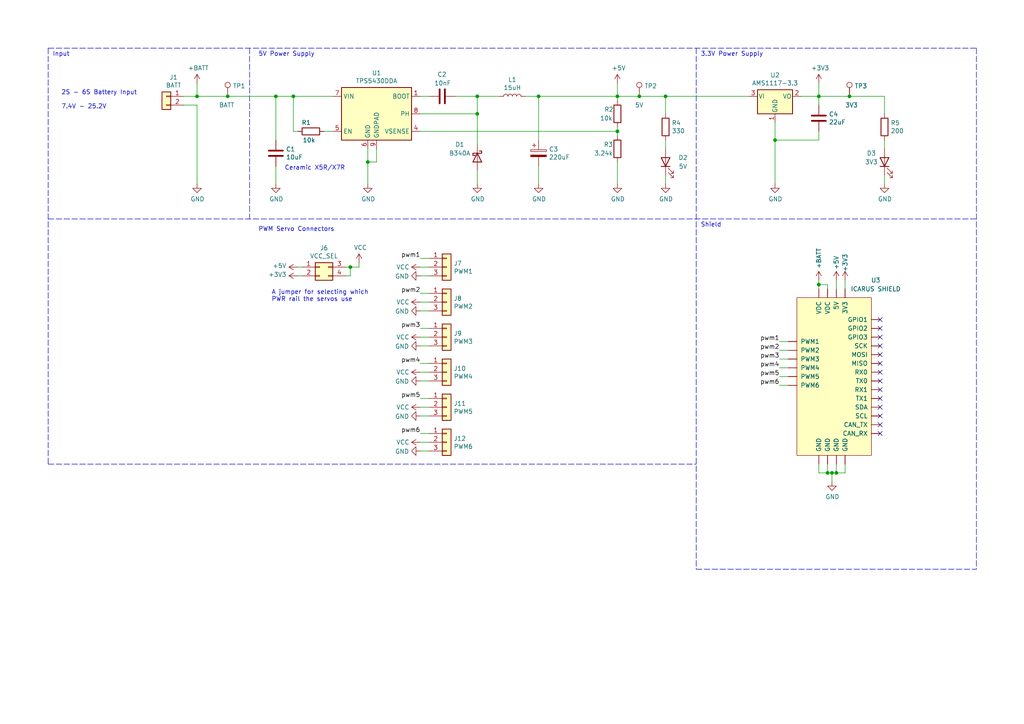
<source format=kicad_sch>
(kicad_sch (version 20211123) (generator eeschema)
  (paper "A4")
  (title_block (title "Kratos Power Distribution Board") (date "2021-12-05") (rev "C") (comment 1 "Author: Natesh Narain"))
  (lib_symbols
    (symbol "Connector:TestPoint" (pin_numbers hide) (pin_names (offset 0.762) hide)
      (property "Reference" "TP" (at 0 6.858 0))
      (property "Value" "TestPoint" (at 0 5.08 0))
      (symbol "TestPoint_0_1"
        (circle (center 0 3.302) (radius 0.762))
      )
      (symbol "TestPoint_1_1"
        (pin passive line (at 0 0 90) (length 2.54) (name "1") (number "1"))
      )
    )
    (symbol "Connector_Generic:Conn_01x02" (pin_names (offset 1.016) hide)
      (property "Reference" "J" (at 0 2.54 0))
      (property "Value" "Conn_01x02" (at 0 -5.08 0))
      (symbol "Conn_01x02_1_1"
        (rectangle (start -1.27 -2.413) (end 0 -2.667) (stroke (width 0.1524)))
        (rectangle (start -1.27 0.127) (end 0 -0.127) (stroke (width 0.1524)))
        (rectangle (start -1.27 1.27) (end 1.27 -3.81) (stroke (width 0.254)) (fill (type background)))
        (pin passive line (at -5.08 0 0) (length 3.81) (name "Pin_1") (number "1"))
        (pin passive line (at -5.08 -2.54 0) (length 3.81) (name "Pin_2") (number "2"))
      )
    )
    (symbol "Connector_Generic:Conn_01x03" (pin_names (offset 1.016) hide)
      (property "Reference" "J" (at 0 5.08 0))
      (property "Value" "Conn_01x03" (at 0 -5.08 0))
      (symbol "Conn_01x03_1_1"
        (rectangle (start -1.27 -2.413) (end 0 -2.667) (stroke (width 0.1524)))
        (rectangle (start -1.27 0.127) (end 0 -0.127) (stroke (width 0.1524)))
        (rectangle (start -1.27 2.667) (end 0 2.413) (stroke (width 0.1524)))
        (rectangle (start -1.27 3.81) (end 1.27 -3.81) (stroke (width 0.254)) (fill (type background)))
        (pin passive line (at -5.08 2.54 0) (length 3.81) (name "Pin_1") (number "1"))
        (pin passive line (at -5.08 0 0) (length 3.81) (name "Pin_2") (number "2"))
        (pin passive line (at -5.08 -2.54 0) (length 3.81) (name "Pin_3") (number "3"))
      )
    )
    (symbol "Connector_Generic:Conn_02x02_Top_Bottom" (pin_names (offset 1.016) hide)
      (property "Reference" "J" (at 1.27 2.54 0))
      (property "Value" "Conn_02x02_Top_Bottom" (at 1.27 -5.08 0))
      (symbol "Conn_02x02_Top_Bottom_1_1"
        (rectangle (start -1.27 -2.413) (end 0 -2.667) (stroke (width 0.1524)))
        (rectangle (start -1.27 0.127) (end 0 -0.127) (stroke (width 0.1524)))
        (rectangle (start -1.27 1.27) (end 3.81 -3.81) (stroke (width 0.254)) (fill (type background)))
        (rectangle (start 3.81 -2.413) (end 2.54 -2.667) (stroke (width 0.1524)))
        (rectangle (start 3.81 0.127) (end 2.54 -0.127) (stroke (width 0.1524)))
        (pin passive line (at -5.08 0 0) (length 3.81) (name "Pin_1") (number "1"))
        (pin passive line (at -5.08 -2.54 0) (length 3.81) (name "Pin_2") (number "2"))
        (pin passive line (at 7.62 0 180) (length 3.81) (name "Pin_3") (number "3"))
        (pin passive line (at 7.62 -2.54 180) (length 3.81) (name "Pin_4") (number "4"))
      )
    )
    (symbol "Device:C" (pin_numbers hide) (pin_names (offset 0.254))
      (property "Reference" "C" (at 0.635 2.54 0))
      (property "Value" "C" (at 0.635 -2.54 0))
      (symbol "C_0_1"
        (polyline (pts (xy -2.032 -0.762) (xy 2.032 -0.762)) (stroke (width 0.508)))
        (polyline (pts (xy -2.032 0.762) (xy 2.032 0.762)) (stroke (width 0.508)))
      )
      (symbol "C_1_1"
        (pin passive line (at 0 3.81 270) (length 2.794) (name "~") (number "1"))
        (pin passive line (at 0 -3.81 90) (length 2.794) (name "~") (number "2"))
      )
    )
    (symbol "Device:CP" (pin_numbers hide) (pin_names (offset 0.254))
      (property "Reference" "C" (at 0.635 2.54 0))
      (property "Value" "Device_CP" (at 0.635 -2.54 0))
      (symbol "CP_0_1"
        (rectangle (start -2.286 0.508) (end 2.286 1.016))
        (polyline (pts (xy -1.778 2.286) (xy -0.762 2.286)))
        (polyline (pts (xy -1.27 2.794) (xy -1.27 1.778)))
        (rectangle (start 2.286 -0.508) (end -2.286 -1.016) (fill (type outline)))
      )
      (symbol "CP_1_1"
        (pin passive line (at 0 3.81 270) (length 2.794) (name "~") (number "1"))
        (pin passive line (at 0 -3.81 90) (length 2.794) (name "~") (number "2"))
      )
    )
    (symbol "Device:D_Schottky" (pin_numbers hide) (pin_names (offset 1.016) hide)
      (property "Reference" "D" (at 0 2.54 0))
      (property "Value" "D_Schottky" (at 0 -2.54 0))
      (symbol "D_Schottky_0_1"
        (polyline (pts (xy 1.27 0) (xy -1.27 0)))
        (polyline (pts (xy 1.27 1.27) (xy 1.27 -1.27) (xy -1.27 0) (xy 1.27 1.27)) (stroke (width 0.254)))
        (polyline (pts (xy -1.905 0.635) (xy -1.905 1.27) (xy -1.27 1.27) (xy -1.27 -1.27) (xy -0.635 -1.27) (xy -0.635 -0.635)) (stroke (width 0.254)))
      )
      (symbol "D_Schottky_1_1"
        (pin passive line (at -3.81 0 0) (length 2.54) (name "K") (number "1"))
        (pin passive line (at 3.81 0 180) (length 2.54) (name "A") (number "2"))
      )
    )
    (symbol "Device:L" (pin_numbers hide) (pin_names (offset 1.016) hide)
      (property "Reference" "L" (at -1.27 0 90))
      (property "Value" "L" (at 1.905 0 90))
      (symbol "L_0_1"
        (arc (start 0 -2.54) (mid 0.635 -1.905) (end 0 -1.27))
        (arc (start 0 -1.27) (mid 0.635 -0.635) (end 0 0))
        (arc (start 0 0) (mid 0.635 0.635) (end 0 1.27))
        (arc (start 0 1.27) (mid 0.635 1.905) (end 0 2.54))
      )
      (symbol "L_1_1"
        (pin passive line (at 0 3.81 270) (length 1.27) (name "1") (number "1"))
        (pin passive line (at 0 -3.81 90) (length 1.27) (name "2") (number "2"))
      )
    )
    (symbol "Device:LED" (pin_numbers hide) (pin_names (offset 1.016) hide)
      (property "Reference" "D" (at 0 2.54 0))
      (property "Value" "LED" (at 0 -2.54 0))
      (symbol "LED_0_1"
        (polyline (pts (xy -1.27 -1.27) (xy -1.27 1.27)) (stroke (width 0.254)))
        (polyline (pts (xy -1.27 0) (xy 1.27 0)))
        (polyline (pts (xy 1.27 -1.27) (xy 1.27 1.27) (xy -1.27 0) (xy 1.27 -1.27)) (stroke (width 0.254)))
        (polyline (pts (xy -3.048 -0.762) (xy -4.572 -2.286) (xy -3.81 -2.286) (xy -4.572 -2.286) (xy -4.572 -1.524)))
        (polyline (pts (xy -1.778 -0.762) (xy -3.302 -2.286) (xy -2.54 -2.286) (xy -3.302 -2.286) (xy -3.302 -1.524)))
      )
      (symbol "LED_1_1"
        (pin passive line (at -3.81 0 0) (length 2.54) (name "K") (number "1"))
        (pin passive line (at 3.81 0 180) (length 2.54) (name "A") (number "2"))
      )
    )
    (symbol "Device:R" (pin_numbers hide) (pin_names (offset 0))
      (property "Reference" "R" (at 2.032 0 90))
      (property "Value" "R" (at 0 0 90))
      (symbol "R_0_1"
        (rectangle (start -1.016 -2.54) (end 1.016 2.54) (stroke (width 0.254)))
      )
      (symbol "R_1_1"
        (pin passive line (at 0 3.81 270) (length 1.27) (name "~") (number "1"))
        (pin passive line (at 0 -3.81 90) (length 1.27) (name "~") (number "2"))
      )
    )
    (symbol "Regulator_Linear:AMS1117-3.3" (pin_names (offset 0.254))
      (property "Reference" "U" (at -3.81 3.175 0))
      (property "Value" "AMS1117-3.3" (at 0 3.175 0))
      (symbol "AMS1117-3.3_0_1"
        (rectangle (start -5.08 -5.08) (end 5.08 1.905) (stroke (width 0.254)) (fill (type background)))
      )
      (symbol "AMS1117-3.3_1_1"
        (pin power_in line (at 0 -7.62 90) (length 2.54) (name "GND") (number "1"))
        (pin power_out line (at 7.62 0 180) (length 2.54) (name "VO") (number "2"))
        (pin power_in line (at -7.62 0 0) (length 2.54) (name "VI") (number "3"))
      )
    )
    (symbol "Regulator_Switching:TPS5430DDA"
      (property "Reference" "U" (at -10.16 8.89 0))
      (property "Value" "TPS5430DDA" (at -1.27 8.89 0))
      (symbol "TPS5430DDA_0_1"
        (rectangle (start -10.16 7.62) (end 10.16 -7.62) (stroke (width 0.254)) (fill (type background)))
      )
      (symbol "TPS5430DDA_1_1"
        (pin input line (at 12.7 5.08 180) (length 2.54) (name "BOOT") (number "1"))
        (pin no_connect line (at -10.16 2.54 0) (length 2.54) hide (name "NC") (number "2"))
        (pin no_connect line (at -10.16 -2.54 0) (length 2.54) hide (name "NC") (number "3"))
        (pin input line (at 12.7 -5.08 180) (length 2.54) (name "VSENSE") (number "4"))
        (pin input line (at -12.7 -5.08 0) (length 2.54) (name "EN") (number "5"))
        (pin power_in line (at -2.54 -10.16 90) (length 2.54) (name "GND") (number "6"))
        (pin power_in line (at -12.7 5.08 0) (length 2.54) (name "VIN") (number "7"))
        (pin output line (at 12.7 0 180) (length 2.54) (name "PH") (number "8"))
        (pin power_in line (at 0 -10.16 90) (length 2.54) (name "GNDPAD") (number "9"))
      )
    )
    (symbol "icarus:ICARUS" (pin_numbers hide) (pin_names (offset 1.016))
      (property "Reference" "U" (at 11.43 5.08 0))
      (property "Value" "ICARUS" (at 11.43 2.54 0))
      (symbol "ICARUS_0_1"
        (rectangle (start -7.62 0) (end 13.97 -45.72) (fill (type background)))
      )
      (symbol "ICARUS_1_1"
        (pin power_out line (at -1.27 -48.26 90) (length 2.54) (name "GND") (number "1"))
        (pin output line (at -10.16 -15.24 0) (length 2.54) (name "PWM2") (number "10"))
        (pin output line (at -10.16 -17.78 0) (length 2.54) (name "PWM3") (number "11"))
        (pin output line (at -10.16 -20.32 0) (length 2.54) (name "PWM4") (number "12"))
        (pin output line (at -10.16 -22.86 0) (length 2.54) (name "PWM5") (number "13"))
        (pin output line (at -10.16 -25.4 0) (length 2.54) (name "PWM6") (number "14"))
        (pin bidirectional line (at 16.51 -6.35 180) (length 2.54) (name "GPIO1") (number "15"))
        (pin bidirectional line (at 16.51 -8.89 180) (length 2.54) (name "GPIO2") (number "16"))
        (pin bidirectional line (at 16.51 -11.43 180) (length 2.54) (name "GPIO3") (number "17"))
        (pin output line (at 16.51 -13.97 180) (length 2.54) (name "SCK") (number "18"))
        (pin input line (at 16.51 -39.37 180) (length 2.54) (name "CAN_RX") (number "19"))
        (pin power_out line (at -1.27 2.54 270) (length 2.54) (name "VDC") (number "2"))
        (pin output line (at 16.51 -16.51 180) (length 2.54) (name "MOSI") (number "20"))
        (pin output line (at 16.51 -36.83 180) (length 2.54) (name "CAN_TX") (number "21"))
        (pin input line (at 16.51 -19.05 180) (length 2.54) (name "MISO") (number "22"))
        (pin input line (at 16.51 -21.59 180) (length 2.54) (name "RX0") (number "23"))
        (pin output line (at 16.51 -24.13 180) (length 2.54) (name "TX0") (number "24"))
        (pin input line (at 16.51 -26.67 180) (length 2.54) (name "RX1") (number "25"))
        (pin output line (at 16.51 -29.21 180) (length 2.54) (name "TX1") (number "26"))
        (pin output line (at 16.51 -34.29 180) (length 2.54) (name "SCL") (number "27"))
        (pin bidirectional line (at 16.51 -31.75 180) (length 2.54) (name "SDA") (number "28"))
        (pin power_out line (at 1.27 -48.26 90) (length 2.54) (name "GND") (number "3"))
        (pin power_out line (at 1.27 2.54 270) (length 2.54) (name "VDC") (number "4"))
        (pin power_out line (at 3.81 -48.26 90) (length 2.54) (name "GND") (number "5"))
        (pin power_out line (at 3.81 2.54 270) (length 2.54) (name "5V") (number "6"))
        (pin power_out line (at 6.35 -48.26 90) (length 2.54) (name "GND") (number "7"))
        (pin power_out line (at 6.35 2.54 270) (length 2.54) (name "3V3") (number "8"))
        (pin output line (at -10.16 -12.7 0) (length 2.54) (name "PWM1") (number "9"))
      )
    )
    (symbol "power:+3V3" (power) (pin_names (offset 0))
      (property "Value" "+3V3" (at 0 3.556 0))
      (symbol "+3V3_0_1"
        (polyline (pts (xy -0.762 1.27) (xy 0 2.54)))
        (polyline (pts (xy 0 0) (xy 0 2.54)))
        (polyline (pts (xy 0 2.54) (xy 0.762 1.27)))
      )
      (symbol "+3V3_1_1"
        (pin power_in line (at 0 0 90) (length 0) hide (name "+3V3") (number "1"))
      )
    )
    (symbol "power:+5V" (power) (pin_names (offset 0))
      (property "Value" "+5V" (at 0 3.556 0))
      (symbol "+5V_0_1"
        (polyline (pts (xy -0.762 1.27) (xy 0 2.54)))
        (polyline (pts (xy 0 0) (xy 0 2.54)))
        (polyline (pts (xy 0 2.54) (xy 0.762 1.27)))
      )
      (symbol "+5V_1_1"
        (pin power_in line (at 0 0 90) (length 0) hide (name "+5V") (number "1"))
      )
    )
    (symbol "power:+BATT" (power) (pin_names (offset 0))
      (property "Value" "+BATT" (at 0 3.556 0))
      (symbol "+BATT_0_1"
        (polyline (pts (xy -0.762 1.27) (xy 0 2.54)))
        (polyline (pts (xy 0 0) (xy 0 2.54)))
        (polyline (pts (xy 0 2.54) (xy 0.762 1.27)))
      )
      (symbol "+BATT_1_1"
        (pin power_in line (at 0 0 90) (length 0) hide (name "+BATT") (number "1"))
      )
    )
    (symbol "power:GND" (power) (pin_names (offset 0))
      (property "Value" "GND" (at 0 -3.81 0))
      (symbol "GND_0_1"
        (polyline (pts (xy 0 0) (xy 0 -1.27) (xy 1.27 -1.27) (xy 0 -2.54) (xy -1.27 -1.27) (xy 0 -1.27)))
      )
      (symbol "GND_1_1"
        (pin power_in line (at 0 0 270) (length 0) hide (name "GND") (number "1"))
      )
    )
    (symbol "power:VCC" (power) (pin_names (offset 0))
      (property "Value" "VCC" (at 0 3.81 0))
      (symbol "VCC_0_1"
        (polyline (pts (xy -0.762 1.27) (xy 0 2.54)))
        (polyline (pts (xy 0 0) (xy 0 2.54)))
        (polyline (pts (xy 0 2.54) (xy 0.762 1.27)))
      )
      (symbol "VCC_1_1"
        (pin power_in line (at 0 0 90) (length 0) hide (name "VCC") (number "1"))
      )
    )
  )
  (junction (at 193.04 27.94))
  (junction (at 106.68 46.99))
  (junction (at 179.07 38.1))
  (junction (at 237.49 82.55))
  (junction (at 138.43 27.94))
  (junction (at 185.42 27.94))
  (junction (at 246.38 27.94))
  (junction (at 241.3 137.16))
  (junction (at 224.79 40.64))
  (junction (at 138.43 33.02))
  (junction (at 85.09 27.94))
  (junction (at 156.21 27.94))
  (junction (at 237.49 27.94))
  (junction (at 66.04 27.94))
  (junction (at 101.6 77.47))
  (junction (at 179.07 27.94))
  (junction (at 80.01 27.94))
  (junction (at 57.15 27.94))
  (junction (at 240.03 137.16))
  (junction (at 242.57 137.16))
  (no_connect (at 255.27 113.03))
  (no_connect (at 255.27 102.87))
  (no_connect (at 255.27 97.79))
  (no_connect (at 255.27 92.71))
  (no_connect (at 255.27 125.73))
  (no_connect (at 255.27 110.49))
  (no_connect (at 255.27 120.65))
  (no_connect (at 255.27 115.57))
  (no_connect (at 255.27 105.41))
  (no_connect (at 255.27 95.25))
  (no_connect (at 255.27 123.19))
  (no_connect (at 255.27 107.95))
  (no_connect (at 255.27 118.11))
  (no_connect (at 255.27 100.33))
  (wire (pts (xy 124.46 87.63) (xy 121.92 87.63)))
  (wire (pts (xy 101.6 77.47) (xy 104.14 77.47)))
  (wire (pts (xy 96.52 27.94) (xy 85.09 27.94)))
  (wire (pts (xy 193.04 33.02) (xy 193.04 27.94)))
  (wire (pts (xy 121.92 33.02) (xy 138.43 33.02)))
  (wire (pts (xy 138.43 41.91) (xy 138.43 33.02)))
  (wire (pts (xy 237.49 40.64) (xy 224.79 40.64)))
  (wire (pts (xy 109.22 46.99) (xy 106.68 46.99)))
  (wire (pts (xy 228.6 106.68) (xy 226.06 106.68)))
  (wire (pts (xy 124.46 107.95) (xy 121.92 107.95)))
  (wire (pts (xy 156.21 27.94) (xy 156.21 40.64)))
  (wire (pts (xy 124.46 118.11) (xy 121.92 118.11)))
  (wire (pts (xy 193.04 27.94) (xy 217.17 27.94)))
  (wire (pts (xy 101.6 77.47) (xy 101.6 80.01)))
  (wire (pts (xy 124.46 95.25) (xy 121.92 95.25)))
  (wire (pts (xy 57.15 24.13) (xy 57.15 27.94)))
  (wire (pts (xy 237.49 38.1) (xy 237.49 40.64)))
  (wire (pts (xy 240.03 134.62) (xy 240.03 137.16)))
  (wire (pts (xy 237.49 30.48) (xy 237.49 27.94)))
  (wire (pts (xy 53.34 30.48) (xy 57.15 30.48)))
  (wire (pts (xy 179.07 46.99) (xy 179.07 53.34)))
  (wire (pts (xy 245.11 81.28) (xy 245.11 83.82)))
  (wire (pts (xy 138.43 33.02) (xy 138.43 27.94)))
  (polyline (pts (xy 201.93 165.1) (xy 283.21 165.1)))
  (wire (pts (xy 228.6 104.14) (xy 226.06 104.14)))
  (wire (pts (xy 237.49 27.94) (xy 246.38 27.94)))
  (polyline (pts (xy 13.97 13.97) (xy 13.97 134.62)))
  (wire (pts (xy 237.49 83.82) (xy 237.49 82.55)))
  (wire (pts (xy 240.03 82.55) (xy 237.49 82.55)))
  (polyline (pts (xy 72.39 13.97) (xy 72.39 63.5)))
  (wire (pts (xy 121.92 90.17) (xy 124.46 90.17)))
  (wire (pts (xy 109.22 43.18) (xy 109.22 46.99)))
  (wire (pts (xy 124.46 97.79) (xy 121.92 97.79)))
  (wire (pts (xy 179.07 38.1) (xy 179.07 39.37)))
  (wire (pts (xy 124.46 85.09) (xy 121.92 85.09)))
  (wire (pts (xy 132.08 27.94) (xy 138.43 27.94)))
  (wire (pts (xy 228.6 111.76) (xy 226.06 111.76)))
  (wire (pts (xy 80.01 53.34) (xy 80.01 48.26)))
  (wire (pts (xy 124.46 105.41) (xy 121.92 105.41)))
  (polyline (pts (xy 201.93 13.97) (xy 201.93 165.1)))
  (wire (pts (xy 246.38 27.94) (xy 256.54 27.94)))
  (wire (pts (xy 242.57 137.16) (xy 245.11 137.16)))
  (wire (pts (xy 256.54 40.64) (xy 256.54 43.18)))
  (wire (pts (xy 138.43 27.94) (xy 144.78 27.94)))
  (wire (pts (xy 228.6 101.6) (xy 226.06 101.6)))
  (wire (pts (xy 121.92 80.01) (xy 124.46 80.01)))
  (wire (pts (xy 124.46 125.73) (xy 121.92 125.73)))
  (wire (pts (xy 124.46 77.47) (xy 121.92 77.47)))
  (wire (pts (xy 86.36 38.1) (xy 85.09 38.1)))
  (wire (pts (xy 106.68 46.99) (xy 106.68 53.34)))
  (wire (pts (xy 100.33 77.47) (xy 101.6 77.47)))
  (wire (pts (xy 256.54 27.94) (xy 256.54 33.02)))
  (wire (pts (xy 124.46 128.27) (xy 121.92 128.27)))
  (wire (pts (xy 179.07 36.83) (xy 179.07 38.1)))
  (wire (pts (xy 106.68 43.18) (xy 106.68 46.99)))
  (wire (pts (xy 228.6 109.22) (xy 226.06 109.22)))
  (wire (pts (xy 121.92 120.65) (xy 124.46 120.65)))
  (wire (pts (xy 179.07 24.13) (xy 179.07 27.94)))
  (wire (pts (xy 121.92 110.49) (xy 124.46 110.49)))
  (wire (pts (xy 86.36 77.47) (xy 87.63 77.47)))
  (wire (pts (xy 256.54 50.8) (xy 256.54 53.34)))
  (wire (pts (xy 124.46 74.93) (xy 121.92 74.93)))
  (wire (pts (xy 156.21 27.94) (xy 179.07 27.94)))
  (wire (pts (xy 85.09 38.1) (xy 85.09 27.94)))
  (wire (pts (xy 179.07 27.94) (xy 185.42 27.94)))
  (wire (pts (xy 185.42 27.94) (xy 193.04 27.94)))
  (wire (pts (xy 224.79 35.56) (xy 224.79 40.64)))
  (wire (pts (xy 228.6 99.06) (xy 226.06 99.06)))
  (wire (pts (xy 241.3 139.7) (xy 241.3 137.16)))
  (wire (pts (xy 57.15 30.48) (xy 57.15 53.34)))
  (wire (pts (xy 237.49 24.13) (xy 237.49 27.94)))
  (wire (pts (xy 53.34 27.94) (xy 57.15 27.94)))
  (wire (pts (xy 237.49 82.55) (xy 237.49 81.28)))
  (polyline (pts (xy 13.97 13.97) (xy 283.21 13.97)))
  (wire (pts (xy 121.92 100.33) (xy 124.46 100.33)))
  (wire (pts (xy 104.14 77.47) (xy 104.14 76.2)))
  (wire (pts (xy 224.79 40.64) (xy 224.79 53.34)))
  (wire (pts (xy 240.03 137.16) (xy 241.3 137.16)))
  (wire (pts (xy 237.49 134.62) (xy 237.49 137.16)))
  (wire (pts (xy 242.57 134.62) (xy 242.57 137.16)))
  (polyline (pts (xy 13.97 63.5) (xy 283.21 63.5)))
  (wire (pts (xy 124.46 115.57) (xy 121.92 115.57)))
  (wire (pts (xy 121.92 130.81) (xy 124.46 130.81)))
  (wire (pts (xy 80.01 40.64) (xy 80.01 27.94)))
  (polyline (pts (xy 283.21 13.97) (xy 283.21 165.1)))
  (polyline (pts (xy 13.97 134.62) (xy 201.93 134.62)))
  (wire (pts (xy 85.09 27.94) (xy 80.01 27.94)))
  (wire (pts (xy 57.15 27.94) (xy 66.04 27.94)))
  (wire (pts (xy 121.92 27.94) (xy 124.46 27.94)))
  (wire (pts (xy 179.07 38.1) (xy 121.92 38.1)))
  (wire (pts (xy 240.03 83.82) (xy 240.03 82.55)))
  (wire (pts (xy 152.4 27.94) (xy 156.21 27.94)))
  (wire (pts (xy 86.36 80.01) (xy 87.63 80.01)))
  (wire (pts (xy 241.3 137.16) (xy 242.57 137.16)))
  (wire (pts (xy 237.49 137.16) (xy 240.03 137.16)))
  (wire (pts (xy 232.41 27.94) (xy 237.49 27.94)))
  (wire (pts (xy 193.04 40.64) (xy 193.04 43.18)))
  (wire (pts (xy 138.43 49.53) (xy 138.43 53.34)))
  (wire (pts (xy 193.04 50.8) (xy 193.04 53.34)))
  (wire (pts (xy 242.57 81.28) (xy 242.57 83.82)))
  (wire (pts (xy 156.21 53.34) (xy 156.21 48.26)))
  (wire (pts (xy 245.11 137.16) (xy 245.11 134.62)))
  (wire (pts (xy 179.07 27.94) (xy 179.07 29.21)))
  (wire (pts (xy 66.04 27.94) (xy 80.01 27.94)))
  (wire (pts (xy 93.98 38.1) (xy 96.52 38.1)))
  (wire (pts (xy 101.6 80.01) (xy 100.33 80.01)))
  (text "3.3V Power Supply" (at 203.2 16.51 0) (effects (font (size 1.27 1.27)) (justify left bottom)))
  (text "Shield" (at 203.2 66.04 0) (effects (font (size 1.27 1.27)) (justify left bottom)))
  (text "2S - 6S Battery Input\n\n7.4V - 25.2V\n" (at 17.78 31.75 0) (effects (font (size 1.27 1.27)) (justify left bottom)))
  (text "A jumper for selecting which\nPWR rail the servos use" (at 78.74 87.63 0) (effects (font (size 1.27 1.27)) (justify left bottom)))
  (text "5V Power Supply" (at 74.93 16.51 0) (effects (font (size 1.27 1.27)) (justify left bottom)))
  (text "Ceramic X5R/X7R" (at 82.55 49.53 0) (effects (font (size 1.27 1.27)) (justify left bottom)))
  (text "Input" (at 15.24 16.51 0) (effects (font (size 1.27 1.27)) (justify left bottom)))
  (text "PWM Servo Connectors" (at 74.93 67.31 0) (effects (font (size 1.27 1.27)) (justify left bottom)))
  (label "pwm5" (at 121.92 115.57 180))
  (label "pwm3" (at 226.06 104.14 180))
  (label "pwm6" (at 121.92 125.73 180))
  (label "pwm1" (at 226.06 99.06 180))
  (label "pwm4" (at 121.92 105.41 180))
  (label "pwm4" (at 226.06 106.68 180))
  (label "pwm2" (at 121.92 85.09 180))
  (label "pwm6" (at 226.06 111.76 180))
  (label "pwm5" (at 226.06 109.22 180))
  (label "pwm2" (at 226.06 101.6 180))
  (label "pwm1" (at 121.92 74.93 180))
  (label "pwm3" (at 121.92 95.25 180))
  (symbol (lib_id "Regulator_Linear:AMS1117-3.3") (at 224.79 27.94 0) (unit 1)
    (property "Reference" "U2" (at 224.79 21.7932 0))
    (property "Value" "AMS1117-3.3" (at 224.79 24.1046 0))
    (property "Footprint" "Package_TO_SOT_SMD:SOT-223-3_TabPin2" (effects hide))
    (property "Datasheet" "http://www.advanced-monolithic.com/pdf/ds1117.pdf" (effects hide))
    (property "LCSC" "C6186" (effects hide))
  )
  (symbol (lib_id "Connector_Generic:Conn_01x02") (at 48.26 27.94 0) (mirror y) (unit 1)
    (property "Reference" "J1" (at 50.3428 22.4282 0))
    (property "Value" "BATT" (at 50.3428 24.7396 0))
    (property "Footprint" "drone:XT60" (effects hide))
  )
  (symbol (lib_id "Device:C") (at 80.01 44.45 0) (unit 1)
    (property "Reference" "C1" (at 82.931 43.2816 0) (effects (justify left)))
    (property "Value" "10uF" (at 82.931 45.593 0) (effects (justify left)))
    (property "Footprint" "Capacitor_SMD:C_0805_2012Metric" (effects hide))
    (property "LCSC" "C440198" (effects hide))
  )
  (symbol (lib_id "Device:C") (at 128.27 27.94 90) (unit 1)
    (property "Reference" "C2" (at 129.54 21.59 90) (effects (justify left)))
    (property "Value" "10nF" (at 130.81 24.13 90) (effects (justify left)))
    (property "Footprint" "Capacitor_SMD:C_0805_2012Metric" (effects hide))
    (property "LCSC" "C1710" (effects hide))
  )
  (symbol (lib_id "Device:CP") (at 156.21 44.45 0) (unit 1)
    (property "Reference" "C3" (at 159.2072 43.2816 0) (effects (justify left)))
    (property "Value" "220uF" (at 159.2072 45.593 0) (effects (justify left)))
    (property "Footprint" "Capacitor_SMD:CP_Elec_6.3x5.4" (effects hide))
    (property "LCSC" "C3345" (effects hide))
  )
  (symbol (lib_id "Device:D_Schottky") (at 138.43 45.72 270) (unit 1)
    (property "Reference" "D1" (at 133.35 41.91 90))
    (property "Value" "B340A" (at 133.35 44.45 90))
    (property "Footprint" "Diode_SMD:D_SMA" (effects hide))
    (property "LCSC" "C64982" (effects hide))
  )
  (symbol (lib_id "Device:R") (at 179.07 43.18 180) (unit 1)
    (property "Reference" "R3" (at 177.8 41.91 0) (effects (justify left)))
    (property "Value" "3.24k" (at 177.8 44.45 0) (effects (justify left)))
    (property "Footprint" "Resistor_SMD:R_0805_2012Metric" (effects hide))
    (property "LCSC" "C64285" (effects hide))
  )
  (symbol (lib_id "Device:R") (at 179.07 33.02 0) (unit 1)
    (property "Reference" "R2" (at 175.26 31.75 0) (effects (justify left)))
    (property "Value" "10k" (at 173.99 34.29 0) (effects (justify left)))
    (property "Footprint" "Resistor_SMD:R_0805_2012Metric" (effects hide))
    (property "LCSC" "C17414" (effects hide))
  )
  (symbol (lib_id "power:+3V3") (at 237.49 24.13 0) (unit 1)
    (property "Reference" "#PWR0101" (effects hide))
    (property "Value" "+3V3" (at 237.871 19.7358 0))
  )
  (symbol (lib_id "power:+5V") (at 179.07 24.13 0) (unit 1)
    (property "Reference" "#PWR0102" (effects hide))
    (property "Value" "+5V" (at 179.451 19.7358 0))
  )
  (symbol (lib_id "Device:C") (at 237.49 34.29 0) (unit 1)
    (property "Reference" "C4" (at 240.411 33.1216 0) (effects (justify left)))
    (property "Value" "22uF" (at 240.411 35.433 0) (effects (justify left)))
    (property "Footprint" "Capacitor_Tantalum_SMD:CP_EIA-3216-18_Kemet-A" (effects hide))
    (property "LCSC" "C116575" (effects hide))
  )
  (symbol (lib_id "Device:R") (at 90.17 38.1 90) (unit 1)
    (property "Reference" "R1" (at 90.17 35.56 90) (effects (justify left)))
    (property "Value" "10k" (at 91.44 40.64 90) (effects (justify left)))
    (property "Footprint" "Resistor_SMD:R_0805_2012Metric" (effects hide))
    (property "LCSC" "C17414" (effects hide))
  )
  (symbol (lib_id "power:GND") (at 57.15 53.34 0) (unit 1)
    (property "Reference" "#PWR0103" (effects hide))
    (property "Value" "GND" (at 57.277 57.7342 0))
  )
  (symbol (lib_id "power:GND") (at 80.01 53.34 0) (unit 1)
    (property "Reference" "#PWR0104" (effects hide))
    (property "Value" "GND" (at 80.137 57.7342 0))
  )
  (symbol (lib_id "power:+BATT") (at 57.15 24.13 0) (unit 1)
    (property "Reference" "#PWR0112" (effects hide))
    (property "Value" "+BATT" (at 57.531 19.7358 0))
  )
  (symbol (lib_id "power:GND") (at 138.43 53.34 0) (unit 1)
    (property "Reference" "#PWR0105" (effects hide))
    (property "Value" "GND" (at 138.557 57.7342 0))
  )
  (symbol (lib_id "power:GND") (at 156.21 53.34 0) (unit 1)
    (property "Reference" "#PWR0106" (effects hide))
    (property "Value" "GND" (at 156.337 57.7342 0))
  )
  (symbol (lib_id "power:GND") (at 179.07 53.34 0) (unit 1)
    (property "Reference" "#PWR0107" (effects hide))
    (property "Value" "GND" (at 179.197 57.7342 0))
  )
  (symbol (lib_id "power:GND") (at 106.68 53.34 0) (unit 1)
    (property "Reference" "#PWR0108" (effects hide))
    (property "Value" "GND" (at 106.807 57.7342 0))
  )
  (symbol (lib_id "Regulator_Switching:TPS5430DDA") (at 109.22 33.02 0) (unit 1)
    (property "Reference" "U1" (at 109.22 21.1582 0))
    (property "Value" "TPS5430DDA" (at 109.22 23.4696 0))
    (property "Footprint" "Package_SO:TI_SO-PowerPAD-8_ThermalVias" (effects hide))
    (property "Datasheet" "http://www.ti.com/lit/ds/symlink/tps5430.pdf" (effects hide))
    (property "LCSC" "C9864" (effects hide))
  )
  (symbol (lib_id "power:GND") (at 224.79 53.34 0) (unit 1)
    (property "Reference" "#PWR0109" (effects hide))
    (property "Value" "GND" (at 224.917 57.7342 0))
  )
  (symbol (lib_id "Device:LED") (at 193.04 46.99 90) (unit 1)
    (property "Reference" "D2" (at 198.12 45.72 90))
    (property "Value" "5V" (at 198.12 48.26 90))
    (property "Footprint" "LED_SMD:LED_0805_2012Metric" (effects hide))
    (property "LCSC" "C95814" (effects hide))
  )
  (symbol (lib_id "Device:LED") (at 256.54 46.99 90) (unit 1)
    (property "Reference" "D3" (at 252.73 44.45 90))
    (property "Value" "3V3" (at 252.73 46.99 90))
    (property "Footprint" "LED_SMD:LED_0805_2012Metric" (effects hide))
    (property "LCSC" "C95814" (effects hide))
  )
  (symbol (lib_id "power:GND") (at 256.54 53.34 0) (unit 1)
    (property "Reference" "#PWR0110" (effects hide))
    (property "Value" "GND" (at 256.667 57.7342 0))
  )
  (symbol (lib_id "power:GND") (at 193.04 53.34 0) (unit 1)
    (property "Reference" "#PWR0111" (effects hide))
    (property "Value" "GND" (at 193.167 57.7342 0))
  )
  (symbol (lib_id "Device:R") (at 193.04 36.83 0) (unit 1)
    (property "Reference" "R4" (at 194.818 35.6616 0) (effects (justify left)))
    (property "Value" "330" (at 194.818 37.973 0) (effects (justify left)))
    (property "Footprint" "Resistor_SMD:R_0805_2012Metric" (effects hide))
    (property "LCSC" "C17630" (effects hide))
  )
  (symbol (lib_id "Device:R") (at 256.54 36.83 0) (unit 1)
    (property "Reference" "R5" (at 258.318 35.6616 0) (effects (justify left)))
    (property "Value" "200" (at 258.318 37.973 0) (effects (justify left)))
    (property "Footprint" "Resistor_SMD:R_0805_2012Metric" (effects hide))
    (property "LCSC" "C17540" (effects hide))
  )
  (symbol (lib_id "Device:L") (at 148.59 27.94 90) (unit 1)
    (property "Reference" "L1" (at 148.59 23.114 90))
    (property "Value" "15uH" (at 148.59 25.4254 90))
    (property "Footprint" "inductors:MWSA0603S-150MT" (effects hide))
    (property "Datasheet" "https://datasheet.lcsc.com/lcsc/1912111437_Sunlord-MWSA0603S-150MT_C408452.pdf" (effects hide))
    (property "LCSC" "C408452" (effects hide))
  )
  (symbol (lib_id "Connector:TestPoint") (at 66.04 27.94 0) (unit 1)
    (property "Reference" "TP1" (at 67.5132 24.9428 0) (effects (justify left)))
    (property "Value" "BATT" (at 63.5 30.48 0) (effects (justify left)))
    (property "Footprint" "TestPoint:TestPoint_Pad_2.0x2.0mm" (effects hide))
  )
  (symbol (lib_id "Connector:TestPoint") (at 185.42 27.94 0) (unit 1)
    (property "Reference" "TP2" (at 186.8932 24.9428 0) (effects (justify left)))
    (property "Value" "5V" (at 184.15 30.48 0) (effects (justify left)))
    (property "Footprint" "TestPoint:TestPoint_Pad_2.0x2.0mm" (effects hide))
  )
  (symbol (lib_id "Connector:TestPoint") (at 246.38 27.94 0) (unit 1)
    (property "Reference" "TP3" (at 247.8532 24.9428 0) (effects (justify left)))
    (property "Value" "3V3" (at 245.11 30.48 0) (effects (justify left)))
    (property "Footprint" "TestPoint:TestPoint_Pad_2.0x2.0mm" (effects hide))
  )
  (symbol (lib_id "Connector_Generic:Conn_01x03") (at 129.54 77.47 0) (unit 1)
    (property "Reference" "J7" (at 131.572 76.4032 0) (effects (justify left)))
    (property "Value" "PWM1" (at 131.572 78.7146 0) (effects (justify left)))
    (property "Footprint" "Connector_PinSocket_2.54mm:PinSocket_1x03_P2.54mm_Vertical" (effects hide))
  )
  (symbol (lib_id "icarus:ICARUS") (at 238.76 86.36 0) (unit 1)
    (property "Reference" "U3" (at 254 81.28 0))
    (property "Value" "ICARUS SHIELD" (at 254 83.82 0))
    (property "Footprint" "icarus:icarus-shield" (effects hide))
  )
  (symbol (lib_id "power:GND") (at 241.3 139.7 0) (unit 1)
    (property "Reference" "#PWR0126" (effects hide))
    (property "Value" "GND" (at 241.427 144.0942 0))
  )
  (symbol (lib_id "power:VCC") (at 121.92 77.47 90) (unit 1)
    (property "Reference" "#PWR0113" (effects hide))
    (property "Value" "VCC" (at 116.84 77.47 90))
  )
  (symbol (lib_id "power:+3V3") (at 245.11 81.28 0) (unit 1)
    (property "Reference" "#PWR0127" (effects hide))
    (property "Value" "+3V3" (at 245.11 76.2 90))
  )
  (symbol (lib_id "power:+5V") (at 242.57 81.28 0) (unit 1)
    (property "Reference" "#PWR0128" (effects hide))
    (property "Value" "+5V" (at 242.57 76.2 90))
  )
  (symbol (lib_id "power:+BATT") (at 237.49 81.28 0) (unit 1)
    (property "Reference" "#PWR0129" (effects hide))
    (property "Value" "+BATT" (at 237.49 74.93 90))
  )
  (symbol (lib_id "power:GND") (at 121.92 80.01 270) (unit 1)
    (property "Reference" "#PWR0114" (effects hide))
    (property "Value" "GND" (at 118.6688 80.137 90) (effects (justify right)))
  )
  (symbol (lib_id "Connector_Generic:Conn_02x02_Top_Bottom") (at 92.71 77.47 0) (unit 1)
    (property "Reference" "J6" (at 93.98 71.9582 0))
    (property "Value" "VCC_SEL" (at 93.98 74.2696 0))
    (property "Footprint" "Connector_PinSocket_2.54mm:PinSocket_2x02_P2.54mm_Vertical" (effects hide))
  )
  (symbol (lib_id "power:+5V") (at 86.36 77.47 90) (unit 1)
    (property "Reference" "#PWR0115" (effects hide))
    (property "Value" "+5V" (at 83.1088 77.089 90) (effects (justify left)))
  )
  (symbol (lib_id "power:+3V3") (at 86.36 80.01 90) (unit 1)
    (property "Reference" "#PWR0116" (effects hide))
    (property "Value" "+3V3" (at 83.1088 79.629 90) (effects (justify left)))
  )
  (symbol (lib_id "power:VCC") (at 104.14 76.2 0) (unit 1)
    (property "Reference" "#PWR0117" (effects hide))
    (property "Value" "VCC" (at 104.521 71.8058 0))
  )
  (symbol (lib_id "Connector_Generic:Conn_01x03") (at 129.54 87.63 0) (unit 1)
    (property "Reference" "J8" (at 131.572 86.5632 0) (effects (justify left)))
    (property "Value" "PWM2" (at 131.572 88.8746 0) (effects (justify left)))
    (property "Footprint" "Connector_PinSocket_2.54mm:PinSocket_1x03_P2.54mm_Vertical" (effects hide))
  )
  (symbol (lib_id "power:VCC") (at 121.92 87.63 90) (unit 1)
    (property "Reference" "#PWR0130" (effects hide))
    (property "Value" "VCC" (at 116.84 87.63 90))
  )
  (symbol (lib_id "power:GND") (at 121.92 90.17 270) (unit 1)
    (property "Reference" "#PWR0131" (effects hide))
    (property "Value" "GND" (at 118.6688 90.297 90) (effects (justify right)))
  )
  (symbol (lib_id "Connector_Generic:Conn_01x03") (at 129.54 97.79 0) (unit 1)
    (property "Reference" "J9" (at 131.572 96.7232 0) (effects (justify left)))
    (property "Value" "PWM3" (at 131.572 99.0346 0) (effects (justify left)))
    (property "Footprint" "Connector_PinSocket_2.54mm:PinSocket_1x03_P2.54mm_Vertical" (effects hide))
  )
  (symbol (lib_id "power:VCC") (at 121.92 97.79 90) (unit 1)
    (property "Reference" "#PWR0132" (effects hide))
    (property "Value" "VCC" (at 116.84 97.79 90))
  )
  (symbol (lib_id "power:GND") (at 121.92 100.33 270) (unit 1)
    (property "Reference" "#PWR0133" (effects hide))
    (property "Value" "GND" (at 118.6688 100.457 90) (effects (justify right)))
  )
  (symbol (lib_id "Connector_Generic:Conn_01x03") (at 129.54 107.95 0) (unit 1)
    (property "Reference" "J10" (at 131.572 106.8832 0) (effects (justify left)))
    (property "Value" "PWM4" (at 131.572 109.1946 0) (effects (justify left)))
    (property "Footprint" "Connector_PinSocket_2.54mm:PinSocket_1x03_P2.54mm_Vertical" (effects hide))
  )
  (symbol (lib_id "power:VCC") (at 121.92 107.95 90) (unit 1)
    (property "Reference" "#PWR0134" (effects hide))
    (property "Value" "VCC" (at 116.84 107.95 90))
  )
  (symbol (lib_id "power:GND") (at 121.92 110.49 270) (unit 1)
    (property "Reference" "#PWR0135" (effects hide))
    (property "Value" "GND" (at 118.6688 110.617 90) (effects (justify right)))
  )
  (symbol (lib_id "Connector_Generic:Conn_01x03") (at 129.54 118.11 0) (unit 1)
    (property "Reference" "J11" (at 131.572 117.0432 0) (effects (justify left)))
    (property "Value" "PWM5" (at 131.572 119.3546 0) (effects (justify left)))
    (property "Footprint" "Connector_PinSocket_2.54mm:PinSocket_1x03_P2.54mm_Vertical" (effects hide))
  )
  (symbol (lib_id "power:VCC") (at 121.92 118.11 90) (unit 1)
    (property "Reference" "#PWR0136" (effects hide))
    (property "Value" "VCC" (at 116.84 118.11 90))
  )
  (symbol (lib_id "power:GND") (at 121.92 120.65 270) (unit 1)
    (property "Reference" "#PWR0137" (effects hide))
    (property "Value" "GND" (at 118.6688 120.777 90) (effects (justify right)))
  )
  (symbol (lib_id "Connector_Generic:Conn_01x03") (at 129.54 128.27 0) (unit 1)
    (property "Reference" "J12" (at 131.572 127.2032 0) (effects (justify left)))
    (property "Value" "PWM6" (at 131.572 129.5146 0) (effects (justify left)))
    (property "Footprint" "Connector_PinSocket_2.54mm:PinSocket_1x03_P2.54mm_Vertical" (effects hide))
  )
  (symbol (lib_id "power:VCC") (at 121.92 128.27 90) (unit 1)
    (property "Reference" "#PWR0138" (effects hide))
    (property "Value" "VCC" (at 116.84 128.27 90))
  )
  (symbol (lib_id "power:GND") (at 121.92 130.81 270) (unit 1)
    (property "Reference" "#PWR0139" (effects hide))
    (property "Value" "GND" (at 118.6688 130.937 90) (effects (justify right)))
  )
)
</source>
